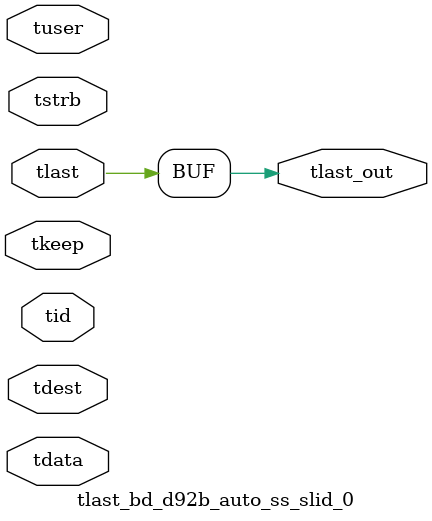
<source format=v>


`timescale 1ps/1ps

module tlast_bd_d92b_auto_ss_slid_0 #
(
parameter C_S_AXIS_TID_WIDTH   = 1,
parameter C_S_AXIS_TUSER_WIDTH = 0,
parameter C_S_AXIS_TDATA_WIDTH = 0,
parameter C_S_AXIS_TDEST_WIDTH = 0
)
(
input  [(C_S_AXIS_TID_WIDTH   == 0 ? 1 : C_S_AXIS_TID_WIDTH)-1:0       ] tid,
input  [(C_S_AXIS_TDATA_WIDTH == 0 ? 1 : C_S_AXIS_TDATA_WIDTH)-1:0     ] tdata,
input  [(C_S_AXIS_TUSER_WIDTH == 0 ? 1 : C_S_AXIS_TUSER_WIDTH)-1:0     ] tuser,
input  [(C_S_AXIS_TDEST_WIDTH == 0 ? 1 : C_S_AXIS_TDEST_WIDTH)-1:0     ] tdest,
input  [(C_S_AXIS_TDATA_WIDTH/8)-1:0 ] tkeep,
input  [(C_S_AXIS_TDATA_WIDTH/8)-1:0 ] tstrb,
input  [0:0]                                                             tlast,
output                                                                   tlast_out
);

assign tlast_out = {tlast};

endmodule


</source>
